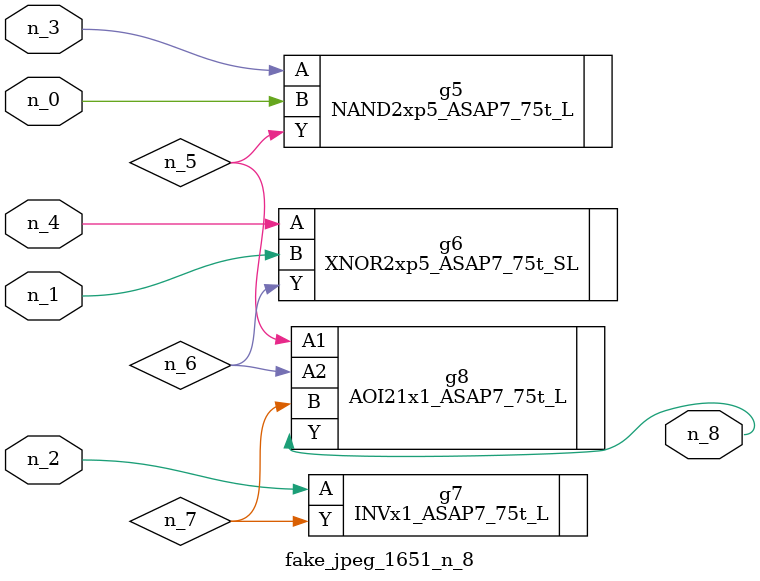
<source format=v>
module fake_jpeg_1651_n_8 (n_3, n_2, n_1, n_0, n_4, n_8);

input n_3;
input n_2;
input n_1;
input n_0;
input n_4;

output n_8;

wire n_6;
wire n_5;
wire n_7;

NAND2xp5_ASAP7_75t_L g5 ( 
.A(n_3),
.B(n_0),
.Y(n_5)
);

XNOR2xp5_ASAP7_75t_SL g6 ( 
.A(n_4),
.B(n_1),
.Y(n_6)
);

INVx1_ASAP7_75t_L g7 ( 
.A(n_2),
.Y(n_7)
);

AOI21x1_ASAP7_75t_L g8 ( 
.A1(n_5),
.A2(n_6),
.B(n_7),
.Y(n_8)
);


endmodule
</source>
